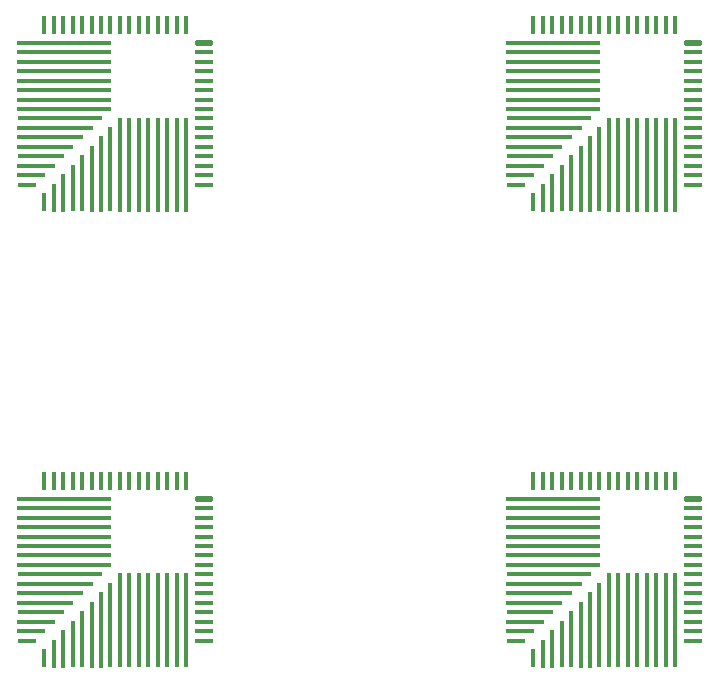
<source format=gbp>
G04*
G04 #@! TF.GenerationSoftware,Altium Limited,Altium Designer,22.0.2 (36)*
G04*
G04 Layer_Color=128*
%FSLAX44Y44*%
%MOMM*%
G71*
G04*
G04 #@! TF.SameCoordinates,7C54838C-0965-49BE-8F7A-A0EB361EFC81*
G04*
G04*
G04 #@! TF.FilePolarity,Positive*
G04*
G01*
G75*
%ADD51R,0.4500X1.6000*%
%ADD52R,7.2000X0.4500*%
%ADD53R,6.4000X0.4500*%
%ADD54R,5.6000X0.4500*%
%ADD55R,4.8000X0.4500*%
%ADD56R,4.0000X0.4500*%
%ADD57R,3.2000X0.4500*%
%ADD58R,2.4000X0.4500*%
%ADD59R,1.6000X0.4500*%
%ADD60R,8.0000X0.4500*%
%ADD61R,0.4500X7.2000*%
%ADD62R,0.4500X6.4000*%
%ADD63R,0.4500X5.6000*%
%ADD64R,0.4500X4.8000*%
%ADD65R,0.4500X4.0000*%
%ADD66R,0.4500X3.2000*%
%ADD67R,0.4500X2.4000*%
G04:AMPARAMS|DCode=68|XSize=0.45mm|YSize=1.6mm|CornerRadius=0mm|HoleSize=0mm|Usage=FLASHONLY|Rotation=90.000|XOffset=0mm|YOffset=0mm|HoleType=Round|Shape=Octagon|*
%AMOCTAGOND68*
4,1,8,-0.8000,-0.1125,-0.8000,0.1125,-0.6875,0.2250,0.6875,0.2250,0.8000,0.1125,0.8000,-0.1125,0.6875,-0.2250,-0.6875,-0.2250,-0.8000,-0.1125,0.0*
%
%ADD68OCTAGOND68*%

%ADD69R,0.4500X8.0000*%
D51*
X197755Y268000D02*
D03*
X189755D02*
D03*
X181755D02*
D03*
X173755D02*
D03*
X165755D02*
D03*
X157755D02*
D03*
X149755D02*
D03*
X141755D02*
D03*
X261755D02*
D03*
X253755D02*
D03*
X245755D02*
D03*
X237755D02*
D03*
X229755D02*
D03*
X221755D02*
D03*
X213755D02*
D03*
X205755D02*
D03*
X141755Y118000D02*
D03*
X611755Y268000D02*
D03*
X603755D02*
D03*
X595755D02*
D03*
X587755D02*
D03*
X579755D02*
D03*
X571755D02*
D03*
X563755D02*
D03*
X555755D02*
D03*
X675755D02*
D03*
X667755D02*
D03*
X659755D02*
D03*
X651755D02*
D03*
X643755D02*
D03*
X635755D02*
D03*
X627755D02*
D03*
X619755D02*
D03*
X555755Y118000D02*
D03*
X197755Y654000D02*
D03*
X189755D02*
D03*
X181755D02*
D03*
X173755D02*
D03*
X165755D02*
D03*
X157755D02*
D03*
X149755D02*
D03*
X141755D02*
D03*
X261755D02*
D03*
X253755D02*
D03*
X245755D02*
D03*
X237755D02*
D03*
X229755D02*
D03*
X221755D02*
D03*
X213755D02*
D03*
X205755D02*
D03*
X141755Y504000D02*
D03*
X611755Y654000D02*
D03*
X603755D02*
D03*
X595755D02*
D03*
X587755D02*
D03*
X579755D02*
D03*
X571755D02*
D03*
X563755D02*
D03*
X555755D02*
D03*
X675755D02*
D03*
X667755D02*
D03*
X659755D02*
D03*
X651755D02*
D03*
X643755D02*
D03*
X635755D02*
D03*
X627755D02*
D03*
X619755D02*
D03*
X555755Y504000D02*
D03*
D52*
X154755Y189000D02*
D03*
X568755D02*
D03*
X154755Y575000D02*
D03*
X568755D02*
D03*
D53*
X150755Y181000D02*
D03*
X564755D02*
D03*
X150755Y567000D02*
D03*
X564755D02*
D03*
D54*
X146755Y173000D02*
D03*
X560755D02*
D03*
X146755Y559000D02*
D03*
X560755D02*
D03*
D55*
X142755Y165000D02*
D03*
X556755D02*
D03*
X142755Y551000D02*
D03*
X556755D02*
D03*
D56*
X138755Y157000D02*
D03*
X552755D02*
D03*
X138755Y543000D02*
D03*
X552755D02*
D03*
D57*
X134755Y149000D02*
D03*
X548755D02*
D03*
X134755Y535000D02*
D03*
X548755D02*
D03*
D58*
X130755Y141000D02*
D03*
X544755D02*
D03*
X130755Y527000D02*
D03*
X544755D02*
D03*
D59*
X126755Y133000D02*
D03*
X276755D02*
D03*
Y141000D02*
D03*
Y149000D02*
D03*
Y157000D02*
D03*
Y165000D02*
D03*
Y173000D02*
D03*
Y181000D02*
D03*
Y189000D02*
D03*
Y245000D02*
D03*
Y237000D02*
D03*
Y229000D02*
D03*
Y221000D02*
D03*
Y213000D02*
D03*
Y205000D02*
D03*
Y197000D02*
D03*
X540755Y133000D02*
D03*
X690755D02*
D03*
Y141000D02*
D03*
Y149000D02*
D03*
Y157000D02*
D03*
Y165000D02*
D03*
Y173000D02*
D03*
Y181000D02*
D03*
Y189000D02*
D03*
Y245000D02*
D03*
Y237000D02*
D03*
Y229000D02*
D03*
Y221000D02*
D03*
Y213000D02*
D03*
Y205000D02*
D03*
Y197000D02*
D03*
X126755Y519000D02*
D03*
X276755D02*
D03*
Y527000D02*
D03*
Y535000D02*
D03*
Y543000D02*
D03*
Y551000D02*
D03*
Y559000D02*
D03*
Y567000D02*
D03*
Y575000D02*
D03*
Y631000D02*
D03*
Y623000D02*
D03*
Y615000D02*
D03*
Y607000D02*
D03*
Y599000D02*
D03*
Y591000D02*
D03*
Y583000D02*
D03*
X540755Y519000D02*
D03*
X690755D02*
D03*
Y527000D02*
D03*
Y535000D02*
D03*
Y543000D02*
D03*
Y551000D02*
D03*
Y559000D02*
D03*
Y567000D02*
D03*
Y575000D02*
D03*
Y631000D02*
D03*
Y623000D02*
D03*
Y615000D02*
D03*
Y607000D02*
D03*
Y599000D02*
D03*
Y591000D02*
D03*
Y583000D02*
D03*
D60*
X158755Y253000D02*
D03*
Y245000D02*
D03*
Y237000D02*
D03*
Y229000D02*
D03*
Y221000D02*
D03*
Y213000D02*
D03*
Y205000D02*
D03*
Y197000D02*
D03*
X572755Y253000D02*
D03*
Y245000D02*
D03*
Y237000D02*
D03*
Y229000D02*
D03*
Y221000D02*
D03*
Y213000D02*
D03*
Y205000D02*
D03*
Y197000D02*
D03*
X158755Y639000D02*
D03*
Y631000D02*
D03*
Y623000D02*
D03*
Y615000D02*
D03*
Y607000D02*
D03*
Y599000D02*
D03*
Y591000D02*
D03*
Y583000D02*
D03*
X572755Y639000D02*
D03*
Y631000D02*
D03*
Y623000D02*
D03*
Y615000D02*
D03*
Y607000D02*
D03*
Y599000D02*
D03*
Y591000D02*
D03*
Y583000D02*
D03*
D61*
X197755Y146000D02*
D03*
X611755D02*
D03*
X197755Y532000D02*
D03*
X611755D02*
D03*
D62*
X189755Y142000D02*
D03*
X603755D02*
D03*
X189755Y528000D02*
D03*
X603755D02*
D03*
D63*
X181755Y138000D02*
D03*
X595755D02*
D03*
X181755Y524000D02*
D03*
X595755D02*
D03*
D64*
X173755Y134000D02*
D03*
X587755D02*
D03*
X173755Y520000D02*
D03*
X587755D02*
D03*
D65*
X165755Y130000D02*
D03*
X579755D02*
D03*
X165755Y516000D02*
D03*
X579755D02*
D03*
D66*
X157755Y126000D02*
D03*
X571755D02*
D03*
X157755Y512000D02*
D03*
X571755D02*
D03*
D67*
X149755Y122000D02*
D03*
X563755D02*
D03*
X149755Y508000D02*
D03*
X563755D02*
D03*
D68*
X276755Y253000D02*
D03*
X690755D02*
D03*
X276755Y639000D02*
D03*
X690755D02*
D03*
D69*
X261755Y150000D02*
D03*
X253755D02*
D03*
X245755D02*
D03*
X237755D02*
D03*
X229755D02*
D03*
X221755D02*
D03*
X213755D02*
D03*
X205755D02*
D03*
X675755D02*
D03*
X667755D02*
D03*
X659755D02*
D03*
X651755D02*
D03*
X643755D02*
D03*
X635755D02*
D03*
X627755D02*
D03*
X619755D02*
D03*
X261755Y536000D02*
D03*
X253755D02*
D03*
X245755D02*
D03*
X237755D02*
D03*
X229755D02*
D03*
X221755D02*
D03*
X213755D02*
D03*
X205755D02*
D03*
X675755D02*
D03*
X667755D02*
D03*
X659755D02*
D03*
X651755D02*
D03*
X643755D02*
D03*
X635755D02*
D03*
X627755D02*
D03*
X619755D02*
D03*
M02*

</source>
